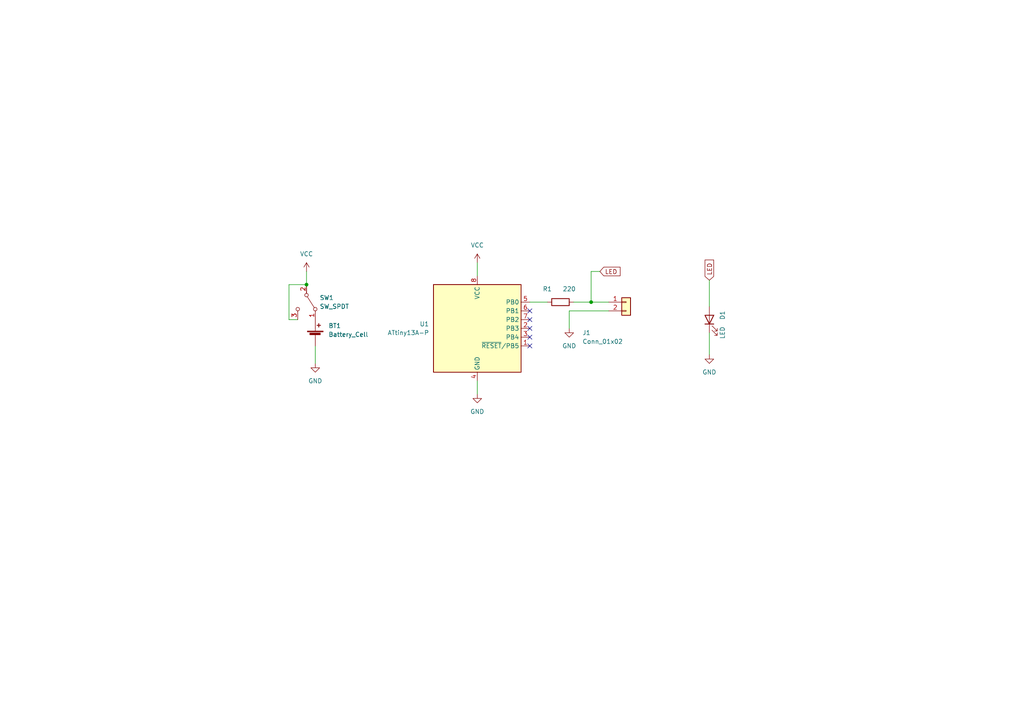
<source format=kicad_sch>
(kicad_sch (version 20211123) (generator eeschema)
  (paper "A4")
  (lib_symbols
    (symbol "Connector_Generic:Conn_01x02" (pin_names (offset 1.016) hide)
      (property "Reference" "J" (at 0 2.54 0))
      (property "Value" "Conn_01x02" (at 0 -5.08 0))
      (symbol "Conn_01x02_1_1"
        (rectangle (start -1.27 -2.413) (end 0 -2.667) (stroke (width 0.1524)))
        (rectangle (start -1.27 0.127) (end 0 -0.127) (stroke (width 0.1524)))
        (rectangle (start -1.27 1.27) (end 1.27 -3.81) (stroke (width 0.254)) (fill (type background)))
        (pin passive line (at -5.08 0 0) (length 3.81) (name "Pin_1") (number "1"))
        (pin passive line (at -5.08 -2.54 0) (length 3.81) (name "Pin_2") (number "2"))
      )
    )
    (symbol "Device:Battery_Cell" (pin_numbers hide) (pin_names (offset 0) hide)
      (property "Reference" "BT" (at 2.54 2.54 0))
      (property "Value" "Battery_Cell" (at 2.54 0 0))
      (symbol "Battery_Cell_0_1"
        (rectangle (start -2.286 1.778) (end 2.286 1.524) (fill (type outline)))
        (rectangle (start -1.5748 1.1938) (end 1.4732 0.6858) (fill (type outline)))
        (polyline (pts (xy 0 0.762) (xy 0 0)))
        (polyline (pts (xy 0 1.778) (xy 0 2.54)))
        (polyline (pts (xy 0.508 3.429) (xy 1.524 3.429)) (stroke (width 0.254)))
        (polyline (pts (xy 1.016 3.937) (xy 1.016 2.921)) (stroke (width 0.254)))
      )
      (symbol "Battery_Cell_1_1"
        (pin passive line (at 0 5.08 270) (length 2.54) (name "+") (number "1"))
        (pin passive line (at 0 -2.54 90) (length 2.54) (name "-") (number "2"))
      )
    )
    (symbol "Device:LED" (pin_numbers hide) (pin_names (offset 1.016) hide)
      (property "Reference" "D" (at 0 2.54 0))
      (property "Value" "LED" (at 0 -2.54 0))
      (symbol "LED_0_1"
        (polyline (pts (xy -1.27 -1.27) (xy -1.27 1.27)) (stroke (width 0.254)))
        (polyline (pts (xy -1.27 0) (xy 1.27 0)))
        (polyline (pts (xy 1.27 -1.27) (xy 1.27 1.27) (xy -1.27 0) (xy 1.27 -1.27)) (stroke (width 0.254)))
        (polyline (pts (xy -3.048 -0.762) (xy -4.572 -2.286) (xy -3.81 -2.286) (xy -4.572 -2.286) (xy -4.572 -1.524)))
        (polyline (pts (xy -1.778 -0.762) (xy -3.302 -2.286) (xy -2.54 -2.286) (xy -3.302 -2.286) (xy -3.302 -1.524)))
      )
      (symbol "LED_1_1"
        (pin passive line (at -3.81 0 0) (length 2.54) (name "K") (number "1"))
        (pin passive line (at 3.81 0 180) (length 2.54) (name "A") (number "2"))
      )
    )
    (symbol "Device:R" (pin_numbers hide) (pin_names (offset 0))
      (property "Reference" "R" (at 2.032 0 90))
      (property "Value" "R" (at 0 0 90))
      (symbol "R_0_1"
        (rectangle (start -1.016 -2.54) (end 1.016 2.54) (stroke (width 0.254)))
      )
      (symbol "R_1_1"
        (pin passive line (at 0 3.81 270) (length 1.27) (name "~") (number "1"))
        (pin passive line (at 0 -3.81 90) (length 1.27) (name "~") (number "2"))
      )
    )
    (symbol "MCU_Microchip_ATtiny:ATtiny13A-P"
      (property "Reference" "U" (at -12.7 13.97 0))
      (property "Value" "ATtiny13A-P" (at 2.54 -13.97 0))
      (symbol "ATtiny13A-P_0_1"
        (rectangle (start -12.7 -12.7) (end 12.7 12.7) (stroke (width 0.254)) (fill (type background)))
      )
      (symbol "ATtiny13A-P_1_1"
        (pin bidirectional line (at 15.24 -5.08 180) (length 2.54) (name "~{RESET}/PB5") (number "1"))
        (pin bidirectional line (at 15.24 0 180) (length 2.54) (name "PB3") (number "2"))
        (pin bidirectional line (at 15.24 -2.54 180) (length 2.54) (name "PB4") (number "3"))
        (pin power_in line (at 0 -15.24 90) (length 2.54) (name "GND") (number "4"))
        (pin bidirectional line (at 15.24 7.62 180) (length 2.54) (name "PB0") (number "5"))
        (pin bidirectional line (at 15.24 5.08 180) (length 2.54) (name "PB1") (number "6"))
        (pin bidirectional line (at 15.24 2.54 180) (length 2.54) (name "PB2") (number "7"))
        (pin power_in line (at 0 15.24 270) (length 2.54) (name "VCC") (number "8"))
      )
    )
    (symbol "Switch:SW_SPDT" (pin_names (offset 0) hide)
      (property "Reference" "SW" (at 0 4.318 0))
      (property "Value" "SW_SPDT" (at 0 -5.08 0))
      (symbol "SW_SPDT_0_0"
        (circle (center -2.032 0) (radius 0.508))
        (circle (center 2.032 -2.54) (radius 0.508))
      )
      (symbol "SW_SPDT_0_1"
        (polyline (pts (xy -1.524 0.254) (xy 1.651 2.286)))
        (circle (center 2.032 2.54) (radius 0.508))
      )
      (symbol "SW_SPDT_1_1"
        (pin passive line (at 5.08 2.54 180) (length 2.54) (name "A") (number "1"))
        (pin passive line (at -5.08 0 0) (length 2.54) (name "B") (number "2"))
        (pin passive line (at 5.08 -2.54 180) (length 2.54) (name "C") (number "3"))
      )
    )
    (symbol "power:GND" (power) (pin_names (offset 0))
      (property "Value" "GND" (at 0 -3.81 0))
      (symbol "GND_0_1"
        (polyline (pts (xy 0 0) (xy 0 -1.27) (xy 1.27 -1.27) (xy 0 -2.54) (xy -1.27 -1.27) (xy 0 -1.27)))
      )
      (symbol "GND_1_1"
        (pin power_in line (at 0 0 270) (length 0) hide (name "GND") (number "1"))
      )
    )
    (symbol "power:VCC" (power) (pin_names (offset 0))
      (property "Value" "VCC" (at 0 3.81 0))
      (symbol "VCC_0_1"
        (polyline (pts (xy -0.762 1.27) (xy 0 2.54)))
        (polyline (pts (xy 0 0) (xy 0 2.54)))
        (polyline (pts (xy 0 2.54) (xy 0.762 1.27)))
      )
      (symbol "VCC_1_1"
        (pin power_in line (at 0 0 90) (length 0) hide (name "VCC") (number "1"))
      )
    )
  )
  (junction (at 171.45 87.63))
  (junction (at 88.9 82.55))
  (no_connect (at 153.67 90.17))
  (no_connect (at 153.67 97.79))
  (no_connect (at 153.67 95.25))
  (no_connect (at 153.67 100.33))
  (no_connect (at 153.67 92.71))
  (wire (pts (xy 205.74 81.28) (xy 205.74 88.9)))
  (wire (pts (xy 171.45 78.74) (xy 171.45 87.63)))
  (wire (pts (xy 165.1 90.17) (xy 176.53 90.17)))
  (wire (pts (xy 176.53 87.63) (xy 171.45 87.63)))
  (wire (pts (xy 83.82 82.55) (xy 88.9 82.55)))
  (wire (pts (xy 83.82 92.71) (xy 83.82 82.55)))
  (wire (pts (xy 91.44 100.33) (xy 91.44 105.41)))
  (wire (pts (xy 165.1 90.17) (xy 165.1 95.25)))
  (wire (pts (xy 171.45 87.63) (xy 166.37 87.63)))
  (wire (pts (xy 173.99 78.74) (xy 171.45 78.74)))
  (wire (pts (xy 153.67 87.63) (xy 158.75 87.63)))
  (wire (pts (xy 138.43 76.2) (xy 138.43 80.01)))
  (wire (pts (xy 205.74 96.52) (xy 205.74 102.87)))
  (wire (pts (xy 138.43 110.49) (xy 138.43 114.3)))
  (wire (pts (xy 86.36 92.71) (xy 83.82 92.71)))
  (wire (pts (xy 88.9 78.74) (xy 88.9 82.55)))
  (global_label "LED" (shape input) (at 205.74 81.28 90) (property "Intersheet References" "${INTERSHEET_REFS}" (effects hide)))
  (global_label "LED" (shape input) (at 173.99 78.74 0) (property "Intersheet References" "${INTERSHEET_REFS}" (effects hide)))
  (symbol (lib_id "power:VCC") (at 138.43 76.2 0) (unit 1)
    (property "Reference" "#PWR03" (effects hide))
    (property "Value" "VCC" (at 138.43 71.12 0))
  )
  (symbol (lib_id "power:GND") (at 165.1 95.25 0) (unit 1)
    (property "Reference" "#PWR05" (effects hide))
    (property "Value" "GND" (at 165.1 100.33 0))
  )
  (symbol (lib_id "power:GND") (at 91.44 105.41 0) (unit 1)
    (property "Reference" "#PWR02" (effects hide))
    (property "Value" "GND" (at 91.44 110.49 0))
  )
  (symbol (lib_id "power:VCC") (at 88.9 78.74 0) (unit 1)
    (property "Reference" "#PWR01" (effects hide))
    (property "Value" "VCC" (at 88.9 73.66 0))
  )
  (symbol (lib_id "power:GND") (at 138.43 114.3 0) (unit 1)
    (property "Reference" "#PWR04" (effects hide))
    (property "Value" "GND" (at 138.43 119.38 0))
  )
  (symbol (lib_id "power:GND") (at 205.74 102.87 0) (unit 1)
    (property "Reference" "#PWR06" (effects hide))
    (property "Value" "GND" (at 205.74 107.95 0))
  )
  (symbol (lib_id "Switch:SW_SPDT") (at 88.9 87.63 270) (unit 1)
    (property "Reference" "SW1" (at 92.71 86.3599 90) (effects (justify left)))
    (property "Value" "SW_SPDT" (at 92.71 88.8999 90) (effects (justify left)))
    (property "Footprint" "Button_Switch_THT:SW_CuK_JS202011CQN_DPDT_Straight" (effects hide))
  )
  (symbol (lib_id "Device:LED") (at 205.74 92.71 90) (unit 1) (on_board no)
    (property "Reference" "D1" (at 209.55 91.44 0))
    (property "Value" "LED" (at 209.55 96.52 0))
    (property "Footprint" "LED_THT:LED_D5.0mm" (effects hide))
  )
  (symbol (lib_id "Device:R") (at 162.56 87.63 270) (unit 1)
    (property "Reference" "R1" (at 158.75 83.82 90))
    (property "Value" "220" (at 165.1 83.82 90))
    (property "Footprint" "Resistor_THT:R_Axial_DIN0207_L6.3mm_D2.5mm_P2.54mm_Vertical" (effects hide))
  )
  (symbol (lib_id "Device:Battery_Cell") (at 91.44 97.79 0) (unit 1)
    (property "Reference" "BT1" (at 95.25 94.4879 0) (effects (justify left)))
    (property "Value" "Battery_Cell" (at 95.25 97.0279 0) (effects (justify left)))
    (property "Footprint" "Battery:BatteryHolder_Keystone_103_1x20mm" (effects hide))
  )
  (symbol (lib_id "MCU_Microchip_ATtiny:ATtiny13A-P") (at 138.43 95.25 0) (unit 1)
    (property "Reference" "U1" (at 124.46 93.9799 0) (effects (justify right)))
    (property "Value" "ATtiny13A-P" (at 124.46 96.5199 0) (effects (justify right)))
    (property "Footprint" "Package_DIP:DIP-8_W7.62mm" (effects hide))
    (property "Datasheet" "http://ww1.microchip.com/downloads/en/DeviceDoc/doc8126.pdf" (effects hide))
  )
  (symbol (lib_id "Connector_Generic:Conn_01x02") (at 181.61 87.63 0) (unit 1)
    (property "Reference" "J1" (at 168.91 96.5199 0) (effects (justify left)))
    (property "Value" "Conn_01x02" (at 168.91 99.0599 0) (effects (justify left)))
    (property "Footprint" "Connector_PinHeader_2.54mm:PinHeader_1x02_P2.54mm_Vertical" (effects hide))
  )
)
</source>
